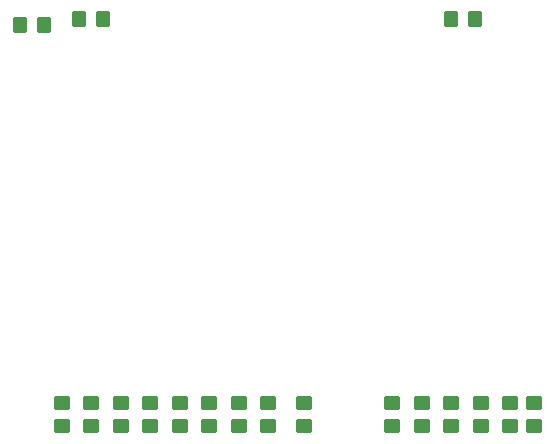
<source format=gbr>
%TF.GenerationSoftware,KiCad,Pcbnew,8.0.6*%
%TF.CreationDate,2025-01-21T08:23:13-05:00*%
%TF.ProjectId,vga_test,7667615f-7465-4737-942e-6b696361645f,rev?*%
%TF.SameCoordinates,Original*%
%TF.FileFunction,Paste,Top*%
%TF.FilePolarity,Positive*%
%FSLAX46Y46*%
G04 Gerber Fmt 4.6, Leading zero omitted, Abs format (unit mm)*
G04 Created by KiCad (PCBNEW 8.0.6) date 2025-01-21 08:23:13*
%MOMM*%
%LPD*%
G01*
G04 APERTURE LIST*
G04 Aperture macros list*
%AMRoundRect*
0 Rectangle with rounded corners*
0 $1 Rounding radius*
0 $2 $3 $4 $5 $6 $7 $8 $9 X,Y pos of 4 corners*
0 Add a 4 corners polygon primitive as box body*
4,1,4,$2,$3,$4,$5,$6,$7,$8,$9,$2,$3,0*
0 Add four circle primitives for the rounded corners*
1,1,$1+$1,$2,$3*
1,1,$1+$1,$4,$5*
1,1,$1+$1,$6,$7*
1,1,$1+$1,$8,$9*
0 Add four rect primitives between the rounded corners*
20,1,$1+$1,$2,$3,$4,$5,0*
20,1,$1+$1,$4,$5,$6,$7,0*
20,1,$1+$1,$6,$7,$8,$9,0*
20,1,$1+$1,$8,$9,$2,$3,0*%
G04 Aperture macros list end*
%ADD10RoundRect,0.250000X0.450000X-0.350000X0.450000X0.350000X-0.450000X0.350000X-0.450000X-0.350000X0*%
%ADD11RoundRect,0.250000X-0.350000X-0.450000X0.350000X-0.450000X0.350000X0.450000X-0.350000X0.450000X0*%
G04 APERTURE END LIST*
D10*
%TO.C,R18*%
X99500000Y-93500000D03*
X99500000Y-91500000D03*
%TD*%
%TO.C,R12*%
X117500000Y-93500000D03*
X117500000Y-91500000D03*
%TD*%
D11*
%TO.C,R1*%
X83500000Y-59000000D03*
X85500000Y-59000000D03*
%TD*%
%TO.C,R19*%
X115000000Y-59000000D03*
X117000000Y-59000000D03*
%TD*%
D10*
%TO.C,R4*%
X84500000Y-93500000D03*
X84500000Y-91500000D03*
%TD*%
%TO.C,R8*%
X102500000Y-93500000D03*
X102500000Y-91500000D03*
%TD*%
%TO.C,R17*%
X97000000Y-93500000D03*
X97000000Y-91500000D03*
%TD*%
%TO.C,R13*%
X120000000Y-93500000D03*
X120000000Y-91500000D03*
%TD*%
%TO.C,R9*%
X110000000Y-93500000D03*
X110000000Y-91500000D03*
%TD*%
%TO.C,R10*%
X112500000Y-93500000D03*
X112500000Y-91500000D03*
%TD*%
%TO.C,R7*%
X89500000Y-93500000D03*
X89500000Y-91500000D03*
%TD*%
%TO.C,R16*%
X94500000Y-93500000D03*
X94500000Y-91500000D03*
%TD*%
%TO.C,R14*%
X122000000Y-93500000D03*
X122000000Y-91500000D03*
%TD*%
%TO.C,R11*%
X115000000Y-93500000D03*
X115000000Y-91500000D03*
%TD*%
%TO.C,R3*%
X82000000Y-93500000D03*
X82000000Y-91500000D03*
%TD*%
D11*
%TO.C,R2*%
X78500000Y-59500000D03*
X80500000Y-59500000D03*
%TD*%
D10*
%TO.C,R15*%
X92000000Y-93500000D03*
X92000000Y-91500000D03*
%TD*%
%TO.C,R5*%
X87000000Y-93500000D03*
X87000000Y-91500000D03*
%TD*%
M02*

</source>
